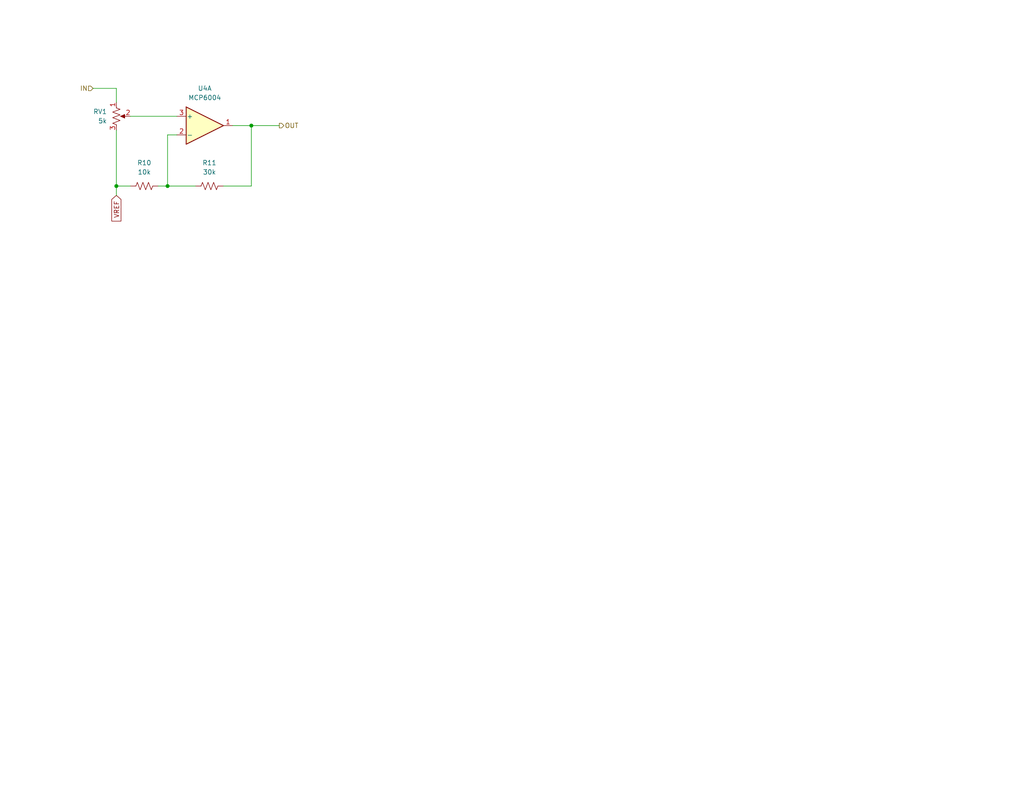
<source format=kicad_sch>
(kicad_sch (version 20250114) (generator "eeschema") (generator_version "9.0")
  (paper "USLetter")
  (title_block (title "EL223FP4L1") (date "2025-05-08") (rev "1") (company "Boles & Walker"))
  (lib_symbols
    (symbol "Amplifier_Operational:MCP6004" (pin_names (offset 0.127))
      (property "Reference" "U" (at 0 5.08 0))
      (property "Value" "MCP6004" (at 0 -5.08 0))
      (symbol "MCP6004_1_1"
        (polyline (pts (xy -5.08 5.08) (xy 5.08 0) (xy -5.08 -5.08) (xy -5.08 5.08)) (stroke (width 0.254)) (fill (type background)))
        (pin input line (at -7.62 2.54 0) (length 2.54) (name "+") (number "3"))
        (pin input line (at -7.62 -2.54 0) (length 2.54) (name "-") (number "2"))
        (pin output line (at 7.62 0 180) (length 2.54) (name "~") (number "1"))
      )
      (symbol "MCP6004_2_1"
        (polyline (pts (xy -5.08 5.08) (xy 5.08 0) (xy -5.08 -5.08) (xy -5.08 5.08)) (stroke (width 0.254)) (fill (type background)))
        (pin input line (at -7.62 2.54 0) (length 2.54) (name "+") (number "5"))
        (pin input line (at -7.62 -2.54 0) (length 2.54) (name "-") (number "6"))
        (pin output line (at 7.62 0 180) (length 2.54) (name "~") (number "7"))
      )
      (symbol "MCP6004_3_1"
        (polyline (pts (xy -5.08 5.08) (xy 5.08 0) (xy -5.08 -5.08) (xy -5.08 5.08)) (stroke (width 0.254)) (fill (type background)))
        (pin input line (at -7.62 2.54 0) (length 2.54) (name "+") (number "10"))
        (pin input line (at -7.62 -2.54 0) (length 2.54) (name "-") (number "9"))
        (pin output line (at 7.62 0 180) (length 2.54) (name "~") (number "8"))
      )
      (symbol "MCP6004_4_1"
        (polyline (pts (xy -5.08 5.08) (xy 5.08 0) (xy -5.08 -5.08) (xy -5.08 5.08)) (stroke (width 0.254)) (fill (type background)))
        (pin input line (at -7.62 2.54 0) (length 2.54) (name "+") (number "12"))
        (pin input line (at -7.62 -2.54 0) (length 2.54) (name "-") (number "13"))
        (pin output line (at 7.62 0 180) (length 2.54) (name "~") (number "14"))
      )
      (symbol "MCP6004_5_1"
        (pin power_in line (at -2.54 7.62 270) (length 3.81) (name "V+") (number "4"))
        (pin power_in line (at -2.54 -7.62 90) (length 3.81) (name "V-") (number "11"))
      )
    )
    (symbol "Device:R_Potentiometer_US" (pin_names (offset 1.016) (hide yes))
      (property "Reference" "RV" (at -4.445 0 90))
      (property "Value" "R_Potentiometer_US" (at -2.54 0 90))
      (symbol "R_Potentiometer_US_0_1"
        (polyline (pts (xy 0 2.54) (xy 0 2.286)))
        (polyline (pts (xy 0 2.286) (xy 1.016 1.905) (xy 0 1.524) (xy -1.016 1.143) (xy 0 0.762)))
        (polyline (pts (xy 0 0.762) (xy 1.016 0.381) (xy 0 0) (xy -1.016 -0.381) (xy 0 -0.762)))
        (polyline (pts (xy 0 -0.762) (xy 1.016 -1.143) (xy 0 -1.524) (xy -1.016 -1.905) (xy 0 -2.286)))
        (polyline (pts (xy 0 -2.286) (xy 0 -2.54)))
        (polyline (pts (xy 1.143 0) (xy 2.286 0.508) (xy 2.286 -0.508) (xy 1.143 0)) (fill (type outline)))
        (polyline (pts (xy 2.54 0) (xy 1.524 0)))
      )
      (symbol "R_Potentiometer_US_1_1"
        (pin passive line (at 0 3.81 270) (length 1.27) (name "1") (number "1"))
        (pin passive line (at 0 -3.81 90) (length 1.27) (name "3") (number "3"))
        (pin passive line (at 3.81 0 180) (length 1.27) (name "2") (number "2"))
      )
    )
    (symbol "Device:R_US" (pin_numbers (hide yes)) (pin_names (offset 0))
      (property "Reference" "R" (at 2.54 0 90))
      (property "Value" "R_US" (at -2.54 0 90))
      (symbol "R_US_0_1"
        (polyline (pts (xy 0 2.286) (xy 0 2.54)))
        (polyline (pts (xy 0 2.286) (xy 1.016 1.905) (xy 0 1.524) (xy -1.016 1.143) (xy 0 0.762)))
        (polyline (pts (xy 0 0.762) (xy 1.016 0.381) (xy 0 0) (xy -1.016 -0.381) (xy 0 -0.762)))
        (polyline (pts (xy 0 -0.762) (xy 1.016 -1.143) (xy 0 -1.524) (xy -1.016 -1.905) (xy 0 -2.286)))
        (polyline (pts (xy 0 -2.286) (xy 0 -2.54)))
      )
      (symbol "R_US_1_1"
        (pin passive line (at 0 3.81 270) (length 1.27) (name "~") (number "1"))
        (pin passive line (at 0 -3.81 90) (length 1.27) (name "~") (number "2"))
      )
    )
  )
  (junction (at 45.72 50.8))
  (junction (at 68.58 34.29))
  (junction (at 31.75 50.8))
  (wire (pts (xy 31.75 24.13) (xy 31.75 27.94)))
  (wire (pts (xy 45.72 36.83) (xy 48.26 36.83)))
  (wire (pts (xy 68.58 50.8) (xy 68.58 34.29)))
  (wire (pts (xy 68.58 34.29) (xy 76.2 34.29)))
  (wire (pts (xy 35.56 31.75) (xy 48.26 31.75)))
  (wire (pts (xy 35.56 50.8) (xy 31.75 50.8)))
  (wire (pts (xy 31.75 53.34) (xy 31.75 50.8)))
  (wire (pts (xy 25.4 24.13) (xy 31.75 24.13)))
  (wire (pts (xy 45.72 50.8) (xy 53.34 50.8)))
  (wire (pts (xy 63.5 34.29) (xy 68.58 34.29)))
  (wire (pts (xy 43.18 50.8) (xy 45.72 50.8)))
  (wire (pts (xy 45.72 50.8) (xy 45.72 36.83)))
  (wire (pts (xy 31.75 35.56) (xy 31.75 50.8)))
  (wire (pts (xy 60.96 50.8) (xy 68.58 50.8)))
  (global_label "VREF" (shape input) (at 31.75 53.34 270) (property "Intersheetrefs" "${INTERSHEET_REFS}" (effects (hide yes))))
  (hierarchical_label "IN" (shape input) (at 25.4 24.13 180))
  (hierarchical_label "OUT" (shape output) (at 76.2 34.29 0))
  (symbol (lib_id "Amplifier_Operational:MCP6004") (at 55.88 34.29 0) (unit 1)
    (property "Reference" "U4" (at 55.88 24.13 0))
    (property "Value" "MCP6004" (at 55.88 26.67 0))
    (property "Datasheet" "http://ww1.microchip.com/downloads/en/DeviceDoc/21733j.pdf" (effects (hide yes)))
    (property "Description" "1MHz, Low-Power Op Amp, DIP-14/SOIC-14/TSSOP-14" (effects (hide yes)))
    (property "Sim.Library" "MCP6001.lib" (effects (hide yes)))
    (property "Sim.Name" "MCP6004" (effects (hide yes)))
    (property "Sim.Device" "SUBCKT" (effects (hide yes)))
    (property "Sim.Pins" "1=OUTA 2=A- 3=A+ 4=VDD 5=B+ 6=B- 7=OUTB 8=OUTC 9=C- 10=C+ 11=VSS 12=D+ 13=D- 14=OUTD" (effects (hide yes)))
  )
  (symbol (lib_id "Device:R_Potentiometer_US") (at 31.75 31.75 0) (unit 1)
    (property "Reference" "RV1" (at 29.21 30.4799 0) (effects (justify right)))
    (property "Value" "5k" (at 29.21 33.0199 0) (effects (justify right)))
    (property "Description" "Potentiometer, US symbol" (effects (hide yes)))
    (property "Sim.Device" "R" (effects (hide yes)))
    (property "Sim.Type" "POT" (effects (hide yes)))
    (property "Sim.Pins" "1=r0 2=wiper 3=r1" (effects (hide yes)))
    (property "Sim.Params" "pos=0.5" (effects (hide yes)))
  )
  (symbol (lib_id "Device:R_US") (at 39.37 50.8 90) (unit 1)
    (property "Reference" "R10" (at 39.37 44.45 90))
    (property "Value" "10k" (at 39.37 46.99 90))
    (property "Description" "Resistor, US symbol" (effects (hide yes)))
  )
  (symbol (lib_id "Device:R_US") (at 57.15 50.8 90) (unit 1)
    (property "Reference" "R11" (at 57.15 44.45 90))
    (property "Value" "30k" (at 57.15 46.99 90))
    (property "Description" "Resistor, US symbol" (effects (hide yes)))
  )
)
</source>
